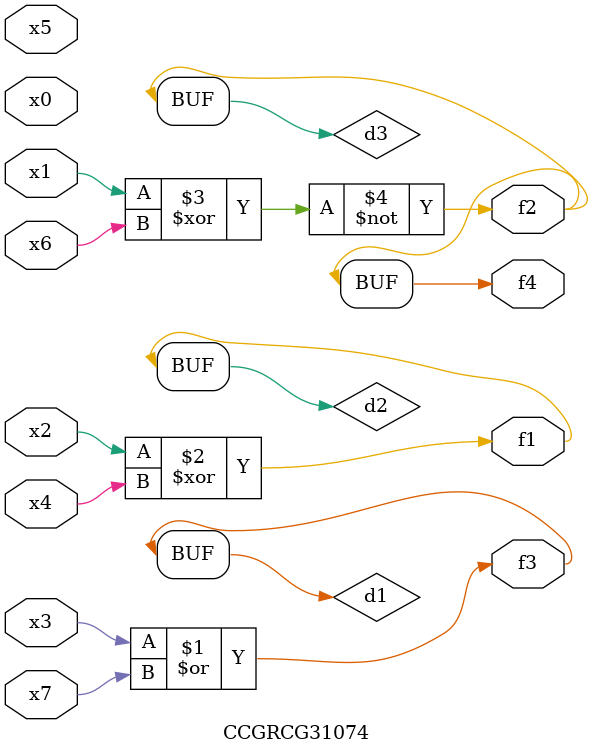
<source format=v>
module CCGRCG31074(
	input x0, x1, x2, x3, x4, x5, x6, x7,
	output f1, f2, f3, f4
);

	wire d1, d2, d3;

	or (d1, x3, x7);
	xor (d2, x2, x4);
	xnor (d3, x1, x6);
	assign f1 = d2;
	assign f2 = d3;
	assign f3 = d1;
	assign f4 = d3;
endmodule

</source>
